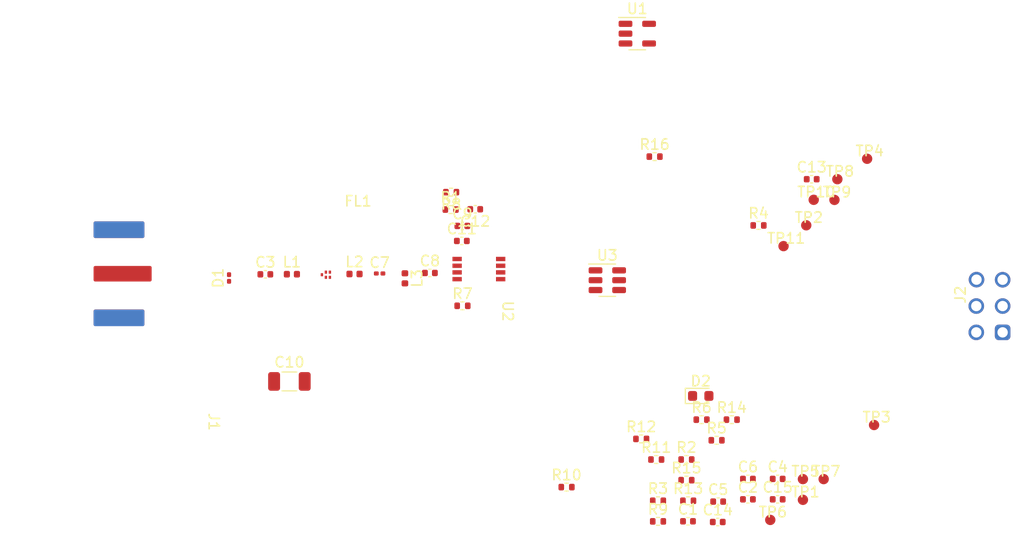
<source format=kicad_pcb>
(kicad_pcb (version 20211014) (generator pcbnew)
  (layers (0 "F.Cu" signal) (31 "B.Cu" signal) (34 "B.Paste" user) (35 "F.Paste" user) (36 "B.SilkS" user "B.Silkscreen") (37 "F.SilkS" user "F.Silkscreen") (38 "B.Mask" user) (39 "F.Mask" user) (44 "Edge.Cuts" user))
  (net 0 "")
  (net 1 "GND")
  (net 2 "Net-(C1-Pad2)")
  (net 3 "+3V3")
  (net 4 "Net-(C5-Pad2)")
  (net 5 "Net-(C10-Pad2)")
  (net 6 "Net-(J2-Pad1)")
  (net 7 "Net-(J2-Pad2)")
  (net 8 "Net-(J2-Pad3)")
  (net 9 "Net-(J2-Pad4)")
  (net 10 "Net-(J2-Pad5)")
  (net 11 "Net-(J2-Pad6)")
  (net 12 "Net-(TP10-Pad1)")
  (net 13 "Net-(TP11-Pad1)")
  (net 14 "Net-(U1-Pad3)")
  (net 15 "/RF_IN")
  (net 16 "/RF_IN_AC")
  (net 17 "/SAW_OUT_L")
  (net 18 "/SAW_OUT_T")
  (net 19 "/DET_RFIN")
  (net 20 "/VRMS")
  (net 21 "/LED_3V3")
  (net 22 "/SAW_IN")
  (net 23 "/SAW_OUT")
  (net 24 "/DET_IREF")
  (net 25 "/SREF")
  (net 26 "/SCL")
  (net 27 "/SDA")
  (net 28 "/DET_PWDN")
  (net 29 "/ADC_VIN-")
  (net 30 "/DET_FLTR")
  (footprint "rf_detector:testpoint_1.0mm" (layer "F.Cu") (at 155.689 90.085)
    (fp_text reference "TP11" (at 0 -0.5 unlocked) (layer "F.SilkS"))
    (fp_text value "TestPoint")
    (pad "1" smd circle (at -0.254 0.254) (size 1 1) (layers "F.Cu" "F.Paste" "F.Mask") (net 13 "Net-(TP11-Pad1)"))
  )
  (footprint "Resistor_SMD:R_0402_1005Metric" (layer "F.Cu") (at 123.38 85.13 180)
    (fp_text reference "R8" (at 0 -1.17) (layer "F.SilkS"))
    (fp_text value "NP")
    (fp_line (start -0.153641 -0.38) (end 0.153641 -0.38) (layer "F.SilkS") (width 0.12))
    (fp_line (start -0.153641 0.38) (end 0.153641 0.38) (layer "F.SilkS") (width 0.12))
    (pad "1" smd roundrect (at -0.51 0 180) (size 0.54 0.64) (layers "F.Cu" "F.Paste" "F.Mask") (net 1 "GND"))
    (pad "2" smd roundrect (at 0.51 0 180) (size 0.54 0.64) (layers "F.Cu" "F.Paste" "F.Mask") (net 24 "/DET_IREF"))
  )
  (footprint "rf_detector:CONN_2x3_100mil_shrouded_TH_75869-131" (layer "F.Cu") (at 175.295 96.125 90)
    (fp_text reference "J2" (at 1.1 -2.8 90 unlocked) (layer "F.SilkS"))
    (fp_text value "CONN_2x3_Shrouded")
    (pad "1" thru_hole roundrect (at -2.54 1.27 90) (size 1.5 1.5) (drill 1) (layers *.Cu *.Mask) (net 6 "Net-(J2-Pad1)"))
    (pad "2" thru_hole circle (at -2.54 -1.27 90) (size 1.5 1.5) (drill 1) (layers *.Cu *.Mask) (net 7 "Net-(J2-Pad2)"))
    (pad "3" thru_hole circle (at 0 1.27 90) (size 1.5 1.5) (drill 1) (layers *.Cu *.Mask) (net 8 "Net-(J2-Pad3)"))
    (pad "4" thru_hole circle (at 0 -1.27 90) (size 1.5 1.5) (drill 1) (layers *.Cu *.Mask) (net 9 "Net-(J2-Pad4)"))
    (pad "5" thru_hole circle (at 2.54 1.27 90) (size 1.5 1.5) (drill 1) (layers *.Cu *.Mask) (net 10 "Net-(J2-Pad5)"))
    (pad "6" thru_hole circle (at 2.55 -1.25 90) (size 1.5 1.5) (drill 1) (layers *.Cu *.Mask) (net 11 "Net-(J2-Pad6)"))
  )
  (footprint "Capacitor_SMD:C_0402_1005Metric" (layer "F.Cu") (at 149.09 116.97)
    (fp_text reference "C14" (at 0 -1.16) (layer "F.SilkS"))
    (fp_text value "1u")
    (fp_line (start -0.107836 0.36) (end 0.107836 0.36) (layer "F.SilkS") (width 0.12))
    (fp_line (start -0.107836 -0.36) (end 0.107836 -0.36) (layer "F.SilkS") (width 0.12))
    (pad "1" smd roundrect (at -0.48 0) (size 0.56 0.62) (layers "F.Cu" "F.Paste" "F.Mask") (net 3 "+3V3"))
    (pad "2" smd roundrect (at 0.48 0) (size 0.56 0.62) (layers "F.Cu" "F.Paste" "F.Mask") (net 1 "GND"))
  )
  (footprint "Capacitor_SMD:C_0402_1005Metric" (layer "F.Cu") (at 149.13 115)
    (fp_text reference "C5" (at 0 -1.16) (layer "F.SilkS"))
    (fp_text value "10n")
    (fp_line (start -0.107836 -0.36) (end 0.107836 -0.36) (layer "F.SilkS") (width 0.12))
    (fp_line (start -0.107836 0.36) (end 0.107836 0.36) (layer "F.SilkS") (width 0.12))
    (pad "1" smd roundrect (at -0.48 0) (size 0.56 0.62) (layers "F.Cu" "F.Paste" "F.Mask") (net 1 "GND"))
    (pad "2" smd roundrect (at 0.48 0) (size 0.56 0.62) (layers "F.Cu" "F.Paste" "F.Mask") (net 4 "Net-(C5-Pad2)"))
  )
  (footprint "Package_TO_SOT_SMD:SOT-23-5" (layer "F.Cu") (at 141.33 69.83)
    (fp_text reference "U1" (at 0 -2.4) (layer "F.SilkS"))
    (fp_text value "LP3985")
    (fp_line (start 0 -1.56) (end 0.8 -1.56) (layer "F.SilkS") (width 0.12))
    (fp_line (start 0 1.56) (end -0.8 1.56) (layer "F.SilkS") (width 0.12))
    (fp_line (start 0 1.56) (end 0.8 1.56) (layer "F.SilkS") (width 0.12))
    (fp_line (start 0 -1.56) (end -1.8 -1.56) (layer "F.SilkS") (width 0.12))
    (pad "1" smd roundrect (at -1.1375 -0.95) (size 1.325 0.6) (layers "F.Cu" "F.Paste" "F.Mask") (net 2 "Net-(C1-Pad2)"))
    (pad "2" smd roundrect (at -1.1375 0) (size 1.325 0.6) (layers "F.Cu" "F.Paste" "F.Mask") (net 1 "GND"))
    (pad "3" smd roundrect (at -1.1375 0.95) (size 1.325 0.6) (layers "F.Cu" "F.Paste" "F.Mask") (net 14 "Net-(U1-Pad3)"))
    (pad "4" smd roundrect (at 1.1375 0.95) (size 1.325 0.6) (layers "F.Cu" "F.Paste" "F.Mask") (net 4 "Net-(C5-Pad2)"))
    (pad "5" smd roundrect (at 1.1375 -0.95) (size 1.325 0.6) (layers "F.Cu" "F.Paste" "F.Mask") (net 3 "+3V3"))
  )
  (footprint "Capacitor_SMD:C_0402_1005Metric" (layer "F.Cu") (at 154.87 112.81)
    (fp_text reference "C4" (at 0 -1.16) (layer "F.SilkS"))
    (fp_text value "100n")
    (fp_line (start -0.107836 -0.36) (end 0.107836 -0.36) (layer "F.SilkS") (width 0.12))
    (fp_line (start -0.107836 0.36) (end 0.107836 0.36) (layer "F.SilkS") (width 0.12))
    (pad "1" smd roundrect (at -0.48 0) (size 0.56 0.62) (layers "F.Cu" "F.Paste" "F.Mask") (net 1 "GND"))
    (pad "2" smd roundrect (at 0.48 0) (size 0.56 0.62) (layers "F.Cu" "F.Paste" "F.Mask") (net 3 "+3V3"))
  )
  (footprint "Resistor_SMD:R_0402_1005Metric" (layer "F.Cu") (at 141.71 108.95)
    (fp_text reference "R12" (at 0 -1.17) (layer "F.SilkS"))
    (fp_text value "0")
    (fp_line (start -0.153641 0.38) (end 0.153641 0.38) (layer "F.SilkS") (width 0.12))
    (fp_line (start -0.153641 -0.38) (end 0.153641 -0.38) (layer "F.SilkS") (width 0.12))
    (pad "1" smd roundrect (at -0.51 0) (size 0.54 0.64) (layers "F.Cu" "F.Paste" "F.Mask") (net 1 "GND"))
    (pad "2" smd roundrect (at 0.51 0) (size 0.54 0.64) (layers "F.Cu" "F.Paste" "F.Mask") (net 8 "Net-(J2-Pad3)"))
  )
  (footprint "Resistor_SMD:R_0402_1005Metric" (layer "F.Cu") (at 143.33 114.92)
    (fp_text reference "R3" (at 0 -1.17) (layer "F.SilkS"))
    (fp_text value "NP")
    (fp_line (start -0.153641 -0.38) (end 0.153641 -0.38) (layer "F.SilkS") (width 0.12))
    (fp_line (start -0.153641 0.38) (end 0.153641 0.38) (layer "F.SilkS") (width 0.12))
    (pad "1" smd roundrect (at -0.51 0) (size 0.54 0.64) (layers "F.Cu" "F.Paste" "F.Mask") (net 1 "GND"))
    (pad "2" smd roundrect (at 0.51 0) (size 0.54 0.64) (layers "F.Cu" "F.Paste" "F.Mask") (net 25 "/SREF"))
  )
  (footprint "rf_detector:testpoint_1.0mm" (layer "F.Cu") (at 157.879 88.075)
    (fp_text reference "TP2" (at 0 -0.5 unlocked) (layer "F.SilkS"))
    (fp_text value "TestPoint")
    (pad "1" smd circle (at -0.254 0.254) (size 1 1) (layers "F.Cu" "F.Paste" "F.Mask") (net 3 "+3V3"))
  )
  (footprint "Capacitor_SMD:C_0402_1005Metric" (layer "F.Cu") (at 152 112.81)
    (fp_text reference "C6" (at 0 -1.16) (layer "F.SilkS"))
    (fp_text value "1u")
    (fp_line (start -0.107836 0.36) (end 0.107836 0.36) (layer "F.SilkS") (width 0.12))
    (fp_line (start -0.107836 -0.36) (end 0.107836 -0.36) (layer "F.SilkS") (width 0.12))
    (pad "1" smd roundrect (at -0.48 0) (size 0.56 0.62) (layers "F.Cu" "F.Paste" "F.Mask") (net 1 "GND"))
    (pad "2" smd roundrect (at 0.48 0) (size 0.56 0.62) (layers "F.Cu" "F.Paste" "F.Mask") (net 3 "+3V3"))
  )
  (footprint "Capacitor_SMD:C_0201_0603Metric" (layer "F.Cu") (at 116.48 92.98)
    (fp_text reference "C7" (at 0 -1.05) (layer "F.SilkS"))
    (fp_text value "1.5p")
    (pad "1" smd roundrect (at -0.32 0) (size 0.46 0.4) (layers "F.Cu" "F.Mask") (net 17 "/SAW_OUT_L"))
    (pad "2" smd roundrect (at 0.32 0) (size 0.46 0.4) (layers "F.Cu" "F.Mask") (net 18 "/SAW_OUT_T"))
  )
  (footprint "Capacitor_SMD:C_0402_1005Metric" (layer "F.Cu") (at 124.46 88.39)
    (fp_text reference "C9" (at 0 -1.16) (layer "F.SilkS"))
    (fp_text value "10n")
    (fp_line (start -0.107836 -0.36) (end 0.107836 -0.36) (layer "F.SilkS") (width 0.12))
    (fp_line (start -0.107836 0.36) (end 0.107836 0.36) (layer "F.SilkS") (width 0.12))
    (pad "1" smd roundrect (at -0.48 0) (size 0.56 0.62) (layers "F.Cu" "F.Paste" "F.Mask") (net 3 "+3V3"))
    (pad "2" smd roundrect (at 0.48 0) (size 0.56 0.62) (layers "F.Cu" "F.Paste" "F.Mask") (net 1 "GND"))
  )
  (footprint "rf_detector:8-MSOP" (layer "F.Cu") (at 126.055 92.555 -90)
    (fp_text reference "U2" (at 4.064 -2.786 -90 unlocked) (layer "F.SilkS"))
    (fp_text value "AD8361")
    (pad "1" smd rect (at -0.975 2.1 270) (size 0.42 0.9) (layers "F.Cu" "F.Paste" "F.Mask") (net 3 "+3V3"))
    (pad "2" smd rect (at -0.32 2.1 270) (size 0.42 0.9) (layers "F.Cu" "F.Paste" "F.Mask") (net 24 "/DET_IREF"))
    (pad "3" smd rect (at 0.32 2.1 270) (size 0.42 0.9) (layers "F.Cu" "F.Paste" "F.Mask") (net 19 "/DET_RFIN"))
    (pad "4" smd rect (at 0.975 2.1 270) (size 0.42 0.9) (layers "F.Cu" "F.Paste" "F.Mask") (net 28 "/DET_PWDN"))
    (pad "5" smd rect (at 0.975 -2.1 270) (size 0.42 0.9) (layers "F.Cu" "F.Paste" "F.Mask") (net 1 "GND"))
    (pad "6" smd rect (at 0.32 -2.1 270) (size 0.42 0.9) (layers "F.Cu" "F.Paste" "F.Mask") (net 30 "/DET_FLTR"))
    (pad "7" smd rect (at -0.32 -2.1 270) (size 0.42 0.9) (layers "F.Cu" "F.Paste" "F.Mask") (net 20 "/VRMS"))
    (pad "8" smd rect (at -0.975 -2.1 270) (size 0.42 0.9) (layers "F.Cu" "F.Paste" "F.Mask") (net 25 "/SREF"))
  )
  (footprint "Resistor_SMD:R_0402_1005Metric" (layer "F.Cu") (at 148.98 109.08)
    (fp_text reference "R5" (at 0 -1.17) (layer "F.SilkS"))
    (fp_text value "NP")
    (fp_line (start -0.153641 -0.38) (end 0.153641 -0.38) (layer "F.SilkS") (width 0.12))
    (fp_line (start -0.153641 0.38) (end 0.153641 0.38) (layer "F.SilkS") (width 0.12))
    (pad "1" smd roundrect (at -0.51 0) (size 0.54 0.64) (layers "F.Cu" "F.Paste" "F.Mask") (net 3 "+3V3"))
    (pad "2" smd roundrect (at 0.51 0) (size 0.54 0.64) (layers "F.Cu" "F.Paste" "F.Mask") (net 26 "/SCL"))
  )
  (footprint "Resistor_SMD:R_0402_1005Metric" (layer "F.Cu") (at 146.07 110.94)
    (fp_text reference "R2" (at 0 -1.17) (layer "F.SilkS"))
    (fp_text value "NP")
    (fp_line (start -0.153641 -0.38) (end 0.153641 -0.38) (layer "F.SilkS") (width 0.12))
    (fp_line (start -0.153641 0.38) (end 0.153641 0.38) (layer "F.SilkS") (width 0.12))
    (pad "1" smd roundrect (at -0.51 0) (size 0.54 0.64) (layers "F.Cu" "F.Paste" "F.Mask") (net 25 "/SREF"))
    (pad "2" smd roundrect (at 0.51 0) (size 0.54 0.64) (layers "F.Cu" "F.Paste" "F.Mask") (net 3 "+3V3"))
  )
  (footprint "Capacitor_SMD:C_0402_1005Metric" (layer "F.Cu") (at 121.33 92.93)
    (fp_text reference "C8" (at 0 -1.16) (layer "F.SilkS"))
    (fp_text value "22p")
    (fp_line (start -0.107836 -0.36) (end 0.107836 -0.36) (layer "F.SilkS") (width 0.12))
    (fp_line (start -0.107836 0.36) (end 0.107836 0.36) (layer "F.SilkS") (width 0.12))
    (pad "1" smd roundrect (at -0.48 0) (size 0.56 0.62) (layers "F.Cu" "F.Paste" "F.Mask") (net 18 "/SAW_OUT_T"))
    (pad "2" smd roundrect (at 0.48 0) (size 0.56 0.62) (layers "F.Cu" "F.Paste" "F.Mask") (net 19 "/DET_RFIN"))
  )
  (footprint "Resistor_SMD:R_0402_1005Metric" (layer "F.Cu") (at 146.24 114.92)
    (fp_text reference "R13" (at 0 -1.17) (layer "F.SilkS"))
    (fp_text value "0")
    (fp_line (start -0.153641 0.38) (end 0.153641 0.38) (layer "F.SilkS") (width 0.12))
    (fp_line (start -0.153641 -0.38) (end 0.153641 -0.38) (layer "F.SilkS") (width 0.12))
    (pad "1" smd roundrect (at -0.51 0) (size 0.54 0.64) (layers "F.Cu" "F.Paste" "F.Mask") (net 13 "Net-(TP11-Pad1)"))
    (pad "2" smd roundrect (at 0.51 0) (size 0.54 0.64) (layers "F.Cu" "F.Paste" "F.Mask") (net 10 "Net-(J2-Pad5)"))
  )
  (footprint "Resistor_SMD:R_0402_1005Metric" (layer "F.Cu") (at 150.44 107.09)
    (fp_text reference "R14" (at 0 -1.17) (layer "F.SilkS"))
    (fp_text value "0")
    (fp_line (start -0.153641 -0.38) (end 0.153641 -0.38) (layer "F.SilkS") (width 0.12))
    (fp_line (start -0.153641 0.38) (end 0.153641 0.38) (layer "F.SilkS") (width 0.12))
    (pad "1" smd roundrect (at -0.51 0) (size 0.54 0.64) (layers "F.Cu" "F.Paste" "F.Mask") (net 7 "Net-(J2-Pad2)"))
    (pad "2" smd roundrect (at 0.51 0) (size 0.54 0.64) (layers "F.Cu" "F.Paste" "F.Mask") (net 5 "Net-(C10-Pad2)"))
  )
  (footprint "Capacitor_SMD:C_0402_1005Metric" (layer "F.Cu") (at 125.7 86.78 180)
    (fp_text reference "C12" (at 0 -1.16) (layer "F.SilkS"))
    (fp_text value "100p")
    (fp_line (start -0.107836 0.36) (end 0.107836 0.36) (layer "F.SilkS") (width 0.12))
    (fp_line (start -0.107836 -0.36) (end 0.107836 -0.36) (layer "F.SilkS") (width 0.12))
    (pad "1" smd roundrect (at -0.48 0 180) (size 0.56 0.62) (layers "F.Cu" "F.Paste" "F.Mask") (net 30 "/DET_FLTR"))
    (pad "2" smd roundrect (at 0.48 0 180) (size 0.56 0.62) (layers "F.Cu" "F.Paste" "F.Mask") (net 3 "+3V3"))
  )
  (footprint "rf_detector:testpoint_1.0mm" (layer "F.Cu") (at 159.559 112.575)
    (fp_text reference "TP7" (at 0 -0.5 unlocked) (layer "F.SilkS"))
    (fp_text value "TestPoint")
    (pad "1" smd circle (at -0.254 0.254) (size 1 1) (layers "F.Cu" "F.Paste" "F.Mask") (net 24 "/DET_IREF"))
  )
  (footprint "Resistor_SMD:R_0402_1005Metric" (layer "F.Cu") (at 153.02 88.34)
    (fp_text reference "R4" (at 0 -1.17) (layer "F.SilkS"))
    (fp_text value "1k")
    (fp_line (start -0.153641 0.38) (end 0.153641 0.38) (layer "F.SilkS") (width 0.12))
    (fp_line (start -0.153641 -0.38) (end 0.153641 -0.38) (layer "F.SilkS") (width 0.12))
    (pad "1" smd roundrect (at -0.51 0) (size 0.54 0.64) (layers "F.Cu" "F.Paste" "F.Mask") (net 3 "+3V3"))
    (pad "2" smd roundrect (at 0.51 0) (size 0.54 0.64) (layers "F.Cu" "F.Paste" "F.Mask") (net 21 "/LED_3V3"))
  )
  (footprint "Resistor_SMD:R_0402_1005Metric" (layer "F.Cu") (at 134.51 113.6)
    (fp_text reference "R10" (at 0 -1.17) (layer "F.SilkS"))
    (fp_text value "0")
    (fp_line (start -0.153641 -0.38) (end 0.153641 -0.38) (layer "F.SilkS") (width 0.12))
    (fp_line (start -0.153641 0.38) (end 0.153641 0.38) (layer "F.SilkS") (width 0.12))
    (pad "1" smd roundrect (at -0.51 0) (size 0.54 0.64) (layers "F.Cu" "F.Paste" "F.Mask") (net 11 "Net-(J2-Pad6)"))
    (pad "2" smd roundrect (at 0.51 0) (size 0.54 0.64) (layers "F.Cu" "F.Paste" "F.Mask") (net 26 "/SCL"))
  )
  (footprint "rf_detector:testpoint_1.0mm" (layer "F.Cu") (at 160.599 85.625)
    (fp_text reference "TP9" (at 0 -0.5 unlocked) (layer "F.SilkS"))
    (fp_text value "TestPoint")
    (pad "1" smd circle (at -0.254 0.254) (size 1 1) (layers "F.Cu" "F.Paste" "F.Mask") (net 28 "/DET_PWDN"))
  )
  (footprint "Resistor_SMD:R_0402_1005Metric" (layer "F.Cu") (at 143.16 110.94)
    (fp_text reference "R11" (at 0 -1.17) (layer "F.SilkS"))
    (fp_text value "0")
    (fp_line (start -0.153641 0.38) (end 0.153641 0.38) (layer "F.SilkS") (width 0.12))
    (fp_line (start -0.153641 -0.38) (end 0.153641 -0.38) (layer "F.SilkS") (width 0.12))
    (pad "1" smd roundrect (at -0.51 0) (size 0.54 0.64) (layers "F.Cu" "F.Paste" "F.Mask") (net 12 "Net-(TP10-Pad1)"))
    (pad "2" smd roundrect (at 0.51 0) (size 0.54 0.64) (layers "F.Cu" "F.Paste" "F.Mask") (net 6 "Net-(J2-Pad1)"))
  )
  (footprint "Inductor_SMD:L_0402_1005Metric" (layer "F.Cu") (at 108.02 93.05)
    (fp_text reference "L1" (at 0 -1.17) (layer "F.SilkS"))
    (fp_text value "2.0n")
    (pad "1" smd roundrect (at -0.485 0) (size 0.59 0.64) (layers "F.Cu" "F.Paste" "F.Mask") (net 16 "/RF_IN_AC"))
    (pad "2" smd roundrect (at 0.485 0) (size 0.59 0.64) (layers "F.Cu" "F.Paste" "F.Mask") (net 22 "/SAW_IN"))
  )
  (footprint "rf_detector:conn_sma_endlaunch_female_062" (layer "F.Cu") (at 88.895 93.005 -90)
    (fp_text reference "J1" (at 14.3 -11.6 -90 unlocked) (layer "F.SilkS"))
    (fp_text value "Conn_Coaxial")
    (pad "1" smd roundrect (at -4.25 -2.45 270) (size 1.6 4.9) (layers "F.Cu" "F.Paste" "F.Mask") (roundrect_rratio 0.1) (net 1 "GND"))
    (pad "2" smd roundrect (at 0 -2.8 270) (size 1.5 5.6) (layers "F.Cu" "F.Paste" "F.Mask") (roundrect_rratio 0.1) (net 15 "/RF_IN"))
    (pad "3" smd roundrect (at 4.25 -2.45 270) (size 1.6 4.9) (layers "F.Cu" "F.Paste" "F.Mask") (roundrect_rratio 0.1) (net 1 "GND"))
    (pad "4" smd roundrect (at -4.25 -2.45 270) (size 1.6 4.9) (layers "B.Cu" "F.Paste" "F.Mask") (roundrect_rratio 0.1) (net 1 "GND"))
    (pad "5" smd roundrect (at 4.26 -2.45 270) (size 1.6 4.9) (layers "B.Cu" "F.Paste" "F.Mask") (roundrect_rratio 0.1) (net 1 "GND"))
  )
  (footprint "rf_detector:testpoint_1.0mm" (layer "F.Cu") (at 157.559 112.575)
    (fp_text reference "TP5" (at 0 -0.5 unlocked) (layer "F.SilkS"))
    (fp_text value "TestPoint")
    (pad "1" smd circle (at -0.254 0.254) (size 1 1) (layers "F.Cu" "F.Paste" "F.Mask") (net 1 "GND"))
  )
  (footprint "Resistor_SMD:R_0402_1005Metric" (layer "F.Cu") (at 147.53 107.09)
    (fp_text reference "R6" (at 0 -1.17) (layer "F.SilkS"))
    (fp_text value "NP")
    (fp_line (start -0.153641 0.38) (end 0.153641 0.38) (layer "F.SilkS") (width 0.12))
    (fp_line (start -0.153641 -0.38) (end 0.153641 -0.38) (layer "F.SilkS") (width 0.12))
    (pad "1" smd roundrect (at -0.51 0) (size 0.54 0.64) (layers "F.Cu" "F.Paste" "F.Mask") (net 3 "+3V3"))
    (pad "2" smd roundrect (at 0.51 0) (size 0.54 0.64) (layers "F.Cu" "F.Paste" "F.Mask") (net 27 "/SDA"))
  )
  (footprint "Resistor_SMD:R_0402_1005Metric" (layer "F.Cu") (at 123.33 86.81)
    (fp_text reference "R1" (at 0 -1.17) (layer "F.SilkS"))
    (fp_text value "NP")
    (fp_line (start -0.153641 0.38) (end 0.153641 0.38) (layer "F.SilkS") (width 0.12))
    (fp_line (start -0.153641 -0.38) (end 0.153641 -0.38) (layer "F.SilkS") (width 0.12))
    (pad "1" smd roundrect (at -0.51 0) (size 0.54 0.64) (layers "F.Cu" "F.Paste" "F.Mask") (net 24 "/DET_IREF"))
    (pad "2" smd roundrect (at 0.51 0) (size 0.54 0.64) (layers "F.Cu" "F.Paste" "F.Mask") (net 3 "+3V3"))
  )
  (footprint "Resistor_SMD:R_0402_1005Metric" (layer "F.Cu") (at 143.33 116.91)
    (fp_text reference "R9" (at 0 -1.17) (layer "F.SilkS"))
    (fp_text value "0")
    (fp_line (start -0.153641 0.38) (end 0.153641 0.38) (layer "F.SilkS") (width 0.12))
    (fp_line (start -0.153641 -0.38) (end 0.153641 -0.38) (layer "F.SilkS") (width 0.12))
    (pad "1" smd roundrect (at -0.51 0) (size 0.54 0.64) (layers "F.Cu" "F.Paste" "F.Mask") (net 9 "Net-(J2-Pad4)"))
    (pad "2" smd roundrect (at 0.51 0) (size 0.54 0.64) (layers "F.Cu" "F.Paste" "F.Mask") (net 27 "/SDA"))
  )
  (footprint "Resistor_SMD:R_0402_1005Metric" (layer "F.Cu") (at 124.47 96.1)
    (fp_text reference "R7" (at 0 -1.17) (layer "F.SilkS"))
    (fp_text value "10k")
    (fp_line (start -0.153641 -0.38) (end 0.153641 -0.38) (layer "F.SilkS") (width 0.12))
    (fp_line (start -0.153641 0.38) (end 0.153641 0.38) (layer "F.SilkS") (width 0.12))
    (pad "1" smd roundrect (at -0.51 0) (size 0.54 0.64) (layers "F.Cu" "F.Paste" "F.Mask") (net 28 "/DET_PWDN"))
    (pad "2" smd roundrect (at 0.51 0) (size 0.54 0.64) (layers "F.Cu" "F.Paste" "F.Mask") (net 1 "GND"))
  )
  (footprint "Capacitor_SMD:C_0402_1005Metric" (layer "F.Cu") (at 124.41 89.84)
    (fp_text reference "C11" (at 0 -1.16) (layer "F.SilkS"))
    (fp_text value "100p")
    (fp_line (start -0.107836 -0.36) (end 0.107836 -0.36) (layer "F.SilkS") (width 0.12))
    (fp_line (start -0.107836 0.36) (end 0.107836 0.36) (layer "F.SilkS") (width 0.12))
    (pad "1" smd roundrect (at -0.48 0) (size 0.56 0.62) (layers "F.Cu" "F.Paste" "F.Mask") (net 3 "+3V3"))
    (pad "2" smd roundrect (at 0.48 0) (size 0.56 0.62) (layers "F.Cu" "F.Paste" "F.Mask") (net 1 "GND"))
  )
  (footprint "rf_detector:testpoint_1.0mm" (layer "F.Cu") (at 157.559 114.575)
    (fp_text reference "TP1" (at 0 -0.5 unlocked) (layer "F.SilkS"))
    (fp_text value "TestPoint")
    (pad "1" smd circle (at -0.254 0.254) (size 1 1) (layers "F.Cu" "F.Paste" "F.Mask") (net 3 "+3V3"))
  )
  (footprint "Package_TO_SOT_SMD:SOT-23-6" (layer "F.Cu") (at 138.44 93.63)
    (fp_text reference "U3" (at 0 -2.4) (layer "F.SilkS"))
    (fp_text value "ADS1100")
    (fp_line (start 0 1.56) (end -0.8 1.56) (layer "F.SilkS") (width 0.12))
    (fp_line (start 0 -1.56) (end -1.8 -1.56) (layer "F.SilkS") (width 0.12))
    (fp_line (start 0 1.56) (end 0.8 1.56) (layer "F.SilkS") (width 0.12))
    (fp_line (start 0 -1.56) (end 0.8 -1.56) (layer "F.SilkS") (width 0.12))
    (pad "1" smd roundrect (at -1.1375 -0.95) (size 1.325 0.6) (layers "F.Cu" "F.Paste" "F.Mask") (net 20 "/VRMS"))
    (pad "2" smd roundrect (at -1.1375 0) (size 1.325 0.6) (layers "F.Cu" "F.Paste" "F.Mask") (net 1 "GND"))
    (pad "3" smd roundrect (at -1.1375 0.95) (size 1.325 0.6) (layers "F.Cu" "F.Paste" "F.Mask") (net 26 "/SCL"))
    (pad "4" smd roundrect (at 1.1375 0.95) (size 1.325 0.6) (layers "F.Cu" "F.Paste" "F.Mask") (net 27 "/SDA"))
    (pad "5" smd roundrect (at 1.1375 0) (size 1.325 0.6) (layers "F.Cu" "F.Paste" "F.Mask") (net 3 "+3V3"))
    (pad "6" smd roundrect (at 1.1375 -0.95) (size 1.325 0.6) (layers "F.Cu" "F.Paste" "F.Mask") (net 29 "/ADC_VIN-"))
  )
  (footprint "rf_detector:testpoint_1.0mm" (layer "F.Cu") (at 160.879 83.625)
    (fp_text reference "TP8" (at 0 -0.5 unlocked) (layer "F.SilkS"))
    (fp_text value "TestPoint")
    (pad "1" smd circle (at -0.254 0.254) (size 1 1) (layers "F.Cu" "F.Paste" "F.Mask") (net 20 "/VRMS"))
  )
  (footprint "rf_detector:testpoint_1.0mm" (layer "F.Cu") (at 164.419 107.355)
    (fp_text reference "TP3" (at 0 -0.5 unlocked) (layer "F.SilkS"))
    (fp_text value "TestPoint")
    (pad "1" smd circle (at -0.254 0.254) (size 1 1) (layers "F.Cu" "F.Paste" "F.Mask") (net 1 "GND"))
  )
  (footprint "Capacitor_SMD:C_0402_1005Metric" (layer "F.Cu") (at 152 114.78)
    (fp_text reference "C2" (at 0 -1.16) (layer "F.SilkS"))
    (fp_text value "100n")
    (fp_line (start -0.107836 0.36) (end 0.107836 0.36) (layer "F.SilkS") (width 0.12))
    (fp_line (start -0.107836 -0.36) (end 0.107836 -0.36) (layer "F.SilkS") (width 0.12))
    (pad "1" smd roundrect (at -0.48 0) (size 0.56 0.62) (layers "F.Cu" "F.Paste" "F.Mask") (net 1 "GND"))
    (pad "2" smd roundrect (at 0.48 0) (size 0.56 0.62) (layers "F.Cu" "F.Paste" "F.Mask") (net 2 "Net-(C1-Pad2)"))
  )
  (footprint "Inductor_SMD:L_0402_1005Metric" (layer "F.Cu") (at 118.92 93.45 -90)
    (fp_text reference "L3" (at 0 -1.17 90) (layer "F.SilkS"))
    (fp_text value "3.3n")
    (pad "1" smd roundrect (at -0.485 0 270) (size 0.59 0.64) (layers "F.Cu" "F.Paste" "F.Mask") (net 18 "/SAW_OUT_T"))
    (pad "2" smd roundrect (at 0.485 0 270) (size 0.59 0.64) (layers "F.Cu" "F.Paste" "F.Mask") (net 1 "GND"))
  )
  (footprint "rf_detector:testpoint_1.0mm" (layer "F.Cu") (at 154.409 116.515)
    (fp_text reference "TP6" (at 0 -0.5 unlocked) (layer "F.SilkS"))
    (fp_text value "TestPoint")
    (pad "1" smd circle (at -0.254 0.254) (size 1 1) (layers "F.Cu" "F.Paste" "F.Mask") (net 5 "Net-(C10-Pad2)"))
  )
  (footprint "rf_detector:testpoint_1.0mm" (layer "F.Cu") (at 163.749 81.655)
    (fp_text reference "TP4" (at 0 -0.5 unlocked) (layer "F.SilkS"))
    (fp_text value "TestPoint")
    (pad "1" smd circle (at -0.254 0.254) (size 1 1) (layers "F.Cu" "F.Paste" "F.Mask") (net 1 "GND"))
  )
  (footprint "Capacitor_SMD:C_0402_1005Metric" (layer "F.Cu") (at 146.22 116.9)
    (fp_text reference "C1" (at 0 -1.16) (layer "F.SilkS"))
    (fp_text value "1u")
    (fp_line (start -0.107836 0.36) (end 0.107836 0.36) (layer "F.SilkS") (width 0.12))
    (fp_line (start -0.107836 -0.36) (end 0.107836 -0.36) (layer "F.SilkS") (width 0.12))
    (pad "1" smd roundrect (at -0.48 0) (size 0.56 0.62) (layers "F.Cu" "F.Paste" "F.Mask") (net 1 "GND"))
    (pad "2" smd roundrect (at 0.48 0) (size 0.56 0.62) (layers "F.Cu" "F.Paste" "F.Mask") (net 2 "Net-(C1-Pad2)"))
  )
  (footprint "Capacitor_SMD:C_0402_1005Metric" (layer "F.Cu") (at 154.87 114.78)
    (fp_text reference "C15" (at 0 -1.16) (layer "F.SilkS"))
    (fp_text value "100n")
    (fp_line (start -0.107836 -0.36) (end 0.107836 -0.36) (layer "F.SilkS") (width 0.12))
    (fp_line (start -0.107836 0.36) (end 0.107836 0.36) (layer "F.SilkS") (width 0.12))
    (pad "1" smd roundrect (at -0.48 0) (size 0.56 0.62) (layers "F.Cu" "F.Paste" "F.Mask") (net 3 "+3V3"))
    (pad "2" smd roundrect (at 0.48 0) (size 0.56 0.62) (layers "F.Cu" "F.Paste" "F.Mask") (net 1 "GND"))
  )
  (footprint "Capacitor_SMD:C_0402_1005Metric" (layer "F.Cu") (at 158.15 83.88)
    (fp_text reference "C13" (at 0 -1.16) (layer "F.SilkS"))
    (fp_text value "100n")
    (fp_line (start -0.107836 -0.36) (end 0.107836 -0.36) (layer "F.SilkS") (width 0.12))
    (fp_line (start -0.107836 0.36) (end 0.107836 0.36) (layer "F.SilkS") (width 0.12))
    (pad "1" smd roundrect (at -0.48 0) (size 0.56 0.62) (layers "F.Cu" "F.Paste" "F.Mask") (net 20 "/VRMS"))
    (pad "2" smd roundrect (at 0.48 0) (size 0.56 0.62) (layers "F.Cu" "F.Paste" "F.Mask") (net 1 "GND"))
  )
  (footprint "rf_detector:testpoint_1.0mm" (layer "F.Cu") (at 158.599 85.615)
    (fp_text reference "TP10" (at 0 -0.5 unlocked) (layer "F.SilkS"))
    (fp_text value "TestPoint")
    (pad "1" smd circle (at -0.254 0.254) (size 1 1) (layers "F.Cu" "F.Paste" "F.Mask") (net 12 "Net-(TP10-Pad1)"))
  )
  (footprint "Resistor_SMD:R_0402_1005Metric" (layer "F.Cu") (at 146.07 112.93)
    (fp_text reference "R15" (at 0 -1.17) (layer "F.SilkS"))
    (fp_text value "10k")
    (fp_line (start -0.153641 -0.38) (end 0.153641 -0.38) (layer "F.SilkS") (width 0.12))
    (fp_line (start -0.153641 0.38) (end 0.153641 0.38) (layer "F.SilkS") (width 0.12))
    (pad "1" smd roundrect (at -0.51 0) (size 0.54 0.64) (layers "F.Cu" "F.Paste" "F.Mask") (net 14 "Net-(U1-Pad3)"))
    (pad "2" smd roundrect (at 0.51 0) (size 0.54 0.64) (layers "F.Cu" "F.Paste" "F.Mask") (net 2 "Net-(C1-Pad2)"))
  )
  (footprint "Capacitor_SMD:C_0402_1005Metric" (layer "F.Cu") (at 105.46 93.06)
    (fp_text reference "C3" (at 0 -1.16) (layer "F.SilkS"))
    (fp_text value "22p")
    (fp_line (start -0.107836 0.36) (end 0.107836 0.36) (layer "F.SilkS") (width 0.12))
    (fp_line (start -0.107836 -0.36) (end 0.107836 -0.36) (layer "F.SilkS") (width 0.12))
    (pad "1" smd roundrect (at -0.48 0) (size 0.56 0.62) (layers "F.Cu" "F.Paste" "F.Mask") (net 15 "/RF_IN"))
    (pad "2" smd roundrect (at 0.48 0) (size 0.56 0.62) (layers "F.Cu" "F.Paste" "F.Mask") (net 16 "/RF_IN_AC"))
  )
  (footprint "Resistor_SMD:R_0402_1005Metric" (layer "F.Cu") (at 143 81.7)
    (fp_text reference "R16" (at 0 -1.17) (layer "F.SilkS"))
    (fp_text value "0")
    (fp_line (start -0.153641 -0.38) (end 0.153641 -0.38) (layer "F.SilkS") (width 0.12))
    (fp_line (start -0.153641 0.38) (end 0.153641 0.38) (layer "F.SilkS") (width 0.12))
    (pad "1" smd roundrect (at -0.51 0) (size 0.54 0.64) (layers "F.Cu" "F.Paste" "F.Mask") (net 1 "GND"))
    (pad "2" smd roundrect (at 0.51 0) (size 0.54 0.64) (layers "F.Cu" "F.Paste" "F.Mask") (net 29 "/ADC_VIN-"))
  )
  (footprint "Inductor_SMD:L_0402_1005Metric" (layer "F.Cu") (at 114.06 93.03)
    (fp_text reference "L2" (at 0 -1.17) (layer "F.SilkS"))
    (fp_text value "2.0n")
    (pad "1" smd roundrect (at -0.485 0) (size 0.59 0.64) (layers "F.Cu" "F.Paste" "F.Mask") (net 23 "/SAW_OUT"))
    (pad "2" smd roundrect (at 0.485 0) (size 0.59 0.64) (layers "F.Cu" "F.Paste" "F.Mask") (net 17 "/SAW_OUT_L"))
  )
  (footprint "rf_detector:5-SMD" (layer "F.Cu") (at 111.3 93.1)
    (fp_text reference "FL1" (at 3.1 -7.1 unlocked) (layer "F.SilkS"))
    (fp_text value "Filter_SAW")
    (pad "1" smd roundrect (at -0.385 0) (size 0.23 0.3) (layers "F.Cu" "F.Paste" "F.Mask") (roundrect_rratio 0.1) (net 22 "/SAW_IN"))
    (pad "2" smd roundrect (at 0 0.25) (size 0.23 0.3) (layers "F.Cu" "F.Paste" "F.Mask") (roundrect_rratio 0.1) (net 1 "GND"))
    (pad "3" smd roundrect (at 0.385 0.25) (size 0.23 0.3) (layers "F.Cu" "F.Paste" "F.Mask") (roundrect_rratio 0.1) (net 1 "GND"))
    (pad "4" smd roundrect (at 0.385 -0.25) (size 0.23 0.3) (layers "F.Cu" "F.Paste" "F.Mask") (roundrect_rratio 0.1) (net 23 "/SAW_OUT"))
    (pad "5" smd roundrect (at 0 -0.25) (size 0.23 0.3) (layers "F.Cu" "F.Paste" "F.Mask") (roundrect_rratio 0.1) (net 1 "GND"))
  )
  (footprint "Diode_SMD:D_0603_1608Metric" (layer "F.Cu") (at 147.45 104.8)
    (fp_text reference "D2" (at 0 -1.43) (layer "F.SilkS"))
    (fp_text value "LED")
    (fp_line (start 0.8 -0.735) (end -1.485 -0.735) (layer "F.SilkS") (width 0.12))
    (fp_line (start -1.485 -0.735) (end -1.485 0.735) (layer "F.SilkS") (width 0.12))
    (fp_line (start -1.485 0.735) (end 0.8 0.735) (layer "F.SilkS") (width 0.12))
    (pad "1" smd roundrect (at -0.7875 0) (size 0.875 0.95) (layers "F.Cu" "F.Paste" "F.Mask") (net 1 "GND"))
    (pad "2" smd roundrect (at 0.7875 0) (size 0.875 0.95) (layers "F.Cu" "F.Paste" "F.Mask") (net 21 "/LED_3V3"))
  )
  (footprint "Capacitor_SMD:C_0201_0603Metric" (layer "F.Cu") (at 101.96 93.415 90)
    (fp_text reference "D1" (at 0 -1.05 90) (layer "F.SilkS"))
    (fp_text value "ESDL2011PFCT5G")
    (pad "1" smd roundrect (at -0.32 0 90) (size 0.46 0.4) (layers "F.Cu" "F.Mask") (net 1 "GND"))
    (pad "2" smd roundrect (at 0.32 0 90) (size 0.46 0.4) (layers "F.Cu" "F.Mask") (net 15 "/RF_IN"))
  )
  (footprint "Capacitor_SMD:C_1206_3216Metric" (layer "F.Cu") (at 107.78 103.4)
    (fp_text reference "C10" (at 0 -1.85) (layer "F.SilkS"))
    (fp_text value "4.7u")
    (fp_line (start -0.711252 -0.91) (end 0.711252 -0.91) (layer "F.SilkS") (width 0.12))
    (fp_line (start -0.711252 0.91) (end 0.711252 0.91) (layer "F.SilkS") (width 0.12))
    (pad "1" smd roundrect (at -1.475 0) (size 1.15 1.8) (layers "F.Cu" "F.Paste" "F.Mask") (roundrect_rratio 0.217391) (net 1 "GND"))
    (pad "2" smd roundrect (at 1.475 0) (size 1.15 1.8) (layers "F.Cu" "F.Paste" "F.Mask") (roundrect_rratio 0.217391) (net 5 "Net-(C10-Pad2)"))
  )
)
</source>
